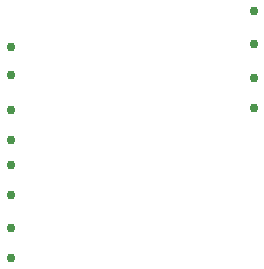
<source format=gbp>
G04 Layer_Color=128*
%FSLAX25Y25*%
%MOIN*%
G70*
G01*
G75*
%ADD39C,0.03000*%
D39*
X385500Y997500D02*
D03*
Y1028500D02*
D03*
Y989000D02*
D03*
Y979000D02*
D03*
Y968000D02*
D03*
Y958000D02*
D03*
X466500Y1008000D02*
D03*
Y1018000D02*
D03*
Y1029500D02*
D03*
Y1040500D02*
D03*
X385500Y1019000D02*
D03*
Y1007500D02*
D03*
M02*

</source>
